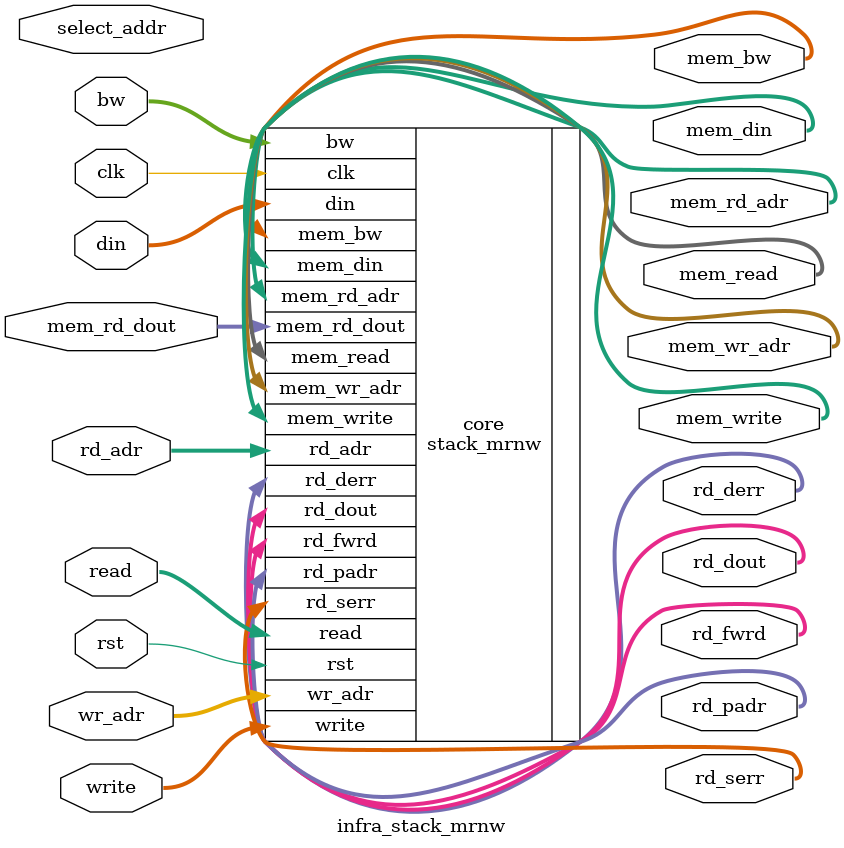
<source format=v>
module infra_stack_mrnw (write, wr_adr, bw, din, read, rd_adr, rd_dout, rd_fwrd, rd_serr, rd_derr, rd_padr,
	                 mem_write, mem_wr_adr, mem_bw, mem_din, mem_read, mem_rd_adr, mem_rd_dout, 
		         clk, rst,
		         select_addr);

  parameter WIDTH = 32;
  parameter ENAPSDO = 1;
  parameter NUMRDPT = 2;
  parameter NUMWRPT = 2;
  parameter NUMADDR = 1024;
  parameter BITADDR = 10;
  parameter NUMWBNK = 4;
  parameter BITWBNK = 2;
  parameter NUMWROW = 256;
  parameter BITWROW = 8;
  parameter BITPADR = 10;
  parameter SRAM_DELAY = 2;
  parameter FLOPCMD = 0;
  parameter FLOPMEM = 0;
  parameter FLOPOUT = 0;
  parameter RSTZERO = 0;

  input [NUMWRPT-1:0] write;
  input [NUMWRPT*BITADDR-1:0] wr_adr;
  input [NUMWRPT*WIDTH-1:0] bw;
  input [NUMWRPT*WIDTH-1:0] din;

  input [NUMRDPT-1:0] read;
  input [NUMRDPT*BITADDR-1:0] rd_adr;
  output [NUMRDPT*WIDTH-1:0] rd_dout;
  output [NUMRDPT-1:0] rd_fwrd;
  output [NUMRDPT-1:0] rd_serr;
  output [NUMRDPT-1:0] rd_derr;
  output [NUMRDPT*BITPADR-1:0] rd_padr;

  output [NUMWRPT*NUMWBNK-1:0] mem_write;
  output [NUMWRPT*NUMWBNK*BITWROW-1:0] mem_wr_adr;
  output [NUMWRPT*NUMWBNK*WIDTH-1:0] mem_bw;
  output [NUMWRPT*NUMWBNK*WIDTH-1:0] mem_din;

  output [NUMRDPT*NUMWBNK-1:0] mem_read;
  output [NUMRDPT*NUMWBNK*BITWROW-1:0] mem_rd_adr;
  input [NUMRDPT*NUMWBNK*WIDTH-1:0] mem_rd_dout;

  input clk;
  input rst;

  input [BITADDR-1:0] select_addr;

  stack_mrnw #(.WIDTH (WIDTH), .ENAPSDO (ENAPSDO), .NUMRDPT (NUMRDPT), .NUMWRPT (NUMWRPT), .NUMADDR (NUMADDR), .BITADDR (BITADDR),
               .NUMWBNK (NUMWBNK), .BITWBNK (BITWBNK), .NUMWROW (NUMWROW), .BITWROW (BITWROW), .BITPADR (BITPADR),
               .SRAM_DELAY (SRAM_DELAY), .FLOPCMD (FLOPCMD), .FLOPMEM (FLOPMEM), .FLOPOUT (FLOPOUT))
    core (.write (write), .wr_adr (wr_adr), .bw (bw), .din (din),
          .read (read), .rd_adr (rd_adr), .rd_dout (rd_dout), .rd_fwrd (rd_fwrd), .rd_serr (rd_serr), .rd_derr (rd_derr), .rd_padr (rd_padr),
          .mem_write (mem_write), .mem_wr_adr (mem_wr_adr), .mem_bw (mem_bw), .mem_din (mem_din),
          .mem_read (mem_read), .mem_rd_adr (mem_rd_adr), .mem_rd_dout (mem_rd_dout),
          .clk (clk), .rst (rst));

`ifdef FORMAL
assume_select_addr_range: assume property (@(posedge clk) disable iff (rst) (select_addr < NUMADDR));
assume_select_addr_stable: assume property (@(posedge clk) disable iff (rst) $stable(select_addr));

ip_top_sva_stack_mrnw #(
     .WIDTH       (WIDTH),
     .NUMRDPT     (NUMRDPT),
     .NUMWRPT     (NUMWRPT),
     .NUMADDR     (NUMADDR),
     .BITADDR     (BITADDR),
     .NUMWBNK     (NUMWBNK),
     .BITWBNK     (BITWBNK),
     .NUMWROW     (NUMWROW),
     .BITWROW     (BITWROW),
     .BITPADR     (BITPADR),
     .SRAM_DELAY  (SRAM_DELAY),
     .FLOPCMD     (FLOPCMD),
     .FLOPMEM     (FLOPMEM),
     .FLOPOUT     (FLOPOUT),
     .RSTZERO     (RSTZERO))
ip_top_sva (.*);

ip_top_sva_2_stack_mrnw #(
     .NUMADDR     (NUMADDR),
     .BITADDR     (BITADDR),
     .NUMRDPT     (NUMRDPT),
     .NUMWRPT     (NUMWRPT),
     .NUMWBNK     (NUMWBNK),
     .BITWBNK     (BITWBNK),
     .NUMWROW     (NUMWROW),
     .BITWROW     (BITWROW))
ip_top_sva_2 (.*);

`elsif SIM_SVA

genvar sva_int;
// generate for (sva_int=0; sva_int<WIDTH; sva_int=sva_int+1) begin
generate for (sva_int=0; sva_int<1; sva_int=sva_int+1) begin: sva_loop
  wire [BITADDR-1:0] help_addr = sva_int;
ip_top_sva_stack_mrnw #(
     .WIDTH       (WIDTH),
     .NUMRDPT     (NUMRDPT),
     .NUMWRPT     (NUMWRPT),
     .NUMADDR     (NUMADDR),
     .BITADDR     (BITADDR),
     .NUMWBNK     (NUMWBNK),
     .BITWBNK     (BITWBNK),
     .BITPADR     (BITPADR),
     .NUMWROW     (NUMWROW),
     .BITWROW     (BITWROW),
     .SRAM_DELAY  (SRAM_DELAY),
     .FLOPCMD     (FLOPCMD),
     .FLOPMEM     (FLOPMEM),
     .FLOPOUT     (FLOPOUT),
     .RSTZERO     (RSTZERO))
ip_top_sva (.select_addr(help_addr), .*);
end
endgenerate

ip_top_sva_2_stack_mrnw #(
     .NUMADDR     (NUMADDR),
     .BITADDR     (BITADDR),
     .NUMRDPT     (NUMRDPT),
     .NUMWRPT     (NUMWRPT),
     .NUMWBNK     (NUMWBNK),
     .BITWBNK     (BITWBNK),
     .NUMWROW     (NUMWROW),
     .BITWROW     (BITWROW))
ip_top_sva_2 (.*);

`endif

endmodule

</source>
